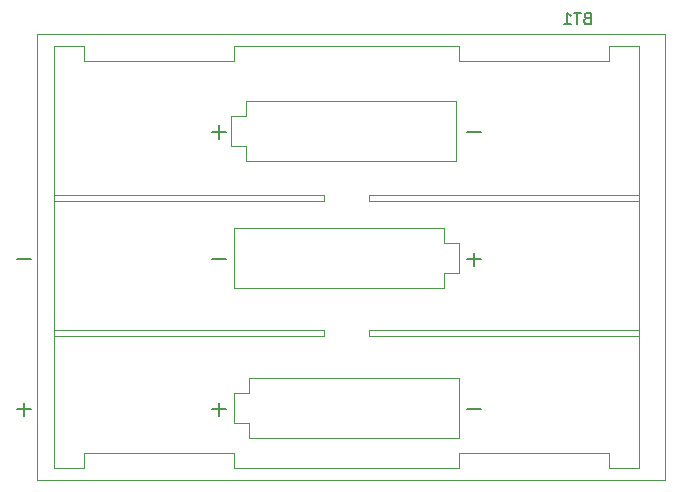
<source format=gbo>
G04 #@! TF.FileFunction,Legend,Bot*
%FSLAX46Y46*%
G04 Gerber Fmt 4.6, Leading zero omitted, Abs format (unit mm)*
G04 Created by KiCad (PCBNEW 4.0.6-e0-6349~53~ubuntu16.04.1) date Mon Aug 21 19:14:56 2017*
%MOMM*%
%LPD*%
G01*
G04 APERTURE LIST*
%ADD10C,0.100000*%
%ADD11C,0.120000*%
%ADD12C,0.150000*%
G04 APERTURE END LIST*
D10*
D11*
X214431600Y-72159800D02*
X214431600Y-109859800D01*
X161231600Y-72159800D02*
X214431600Y-72159800D01*
X161231600Y-109859800D02*
X161231600Y-72159800D01*
X214431600Y-109859800D02*
X161231600Y-109859800D01*
X189331600Y-85775800D02*
X212191600Y-85775800D01*
X189331600Y-86283800D02*
X189331600Y-85775800D01*
X212191600Y-86283800D02*
X189331600Y-86283800D01*
X185521600Y-85775800D02*
X162661600Y-85775800D01*
X185521600Y-86283800D02*
X185521600Y-85775800D01*
X162661600Y-86283800D02*
X185521600Y-86283800D01*
X196697600Y-82854800D02*
X196697600Y-81584800D01*
X178917600Y-82854800D02*
X196697600Y-82854800D01*
X178917600Y-81584800D02*
X178917600Y-82854800D01*
X177647600Y-81584800D02*
X178917600Y-81584800D01*
X177647600Y-79044800D02*
X177647600Y-81584800D01*
X178917600Y-79044800D02*
X177647600Y-79044800D01*
X178917600Y-77774800D02*
X178917600Y-79044800D01*
X196697600Y-77774800D02*
X178917600Y-77774800D01*
X196697600Y-81584800D02*
X196697600Y-77774800D01*
X196697600Y-81584800D02*
X196697600Y-77774800D01*
X196697600Y-77774800D02*
X178917600Y-77774800D01*
X178917600Y-77774800D02*
X178917600Y-79044800D01*
X178917600Y-79044800D02*
X177647600Y-79044800D01*
X177647600Y-79044800D02*
X177647600Y-81584800D01*
X177647600Y-81584800D02*
X178917600Y-81584800D01*
X178917600Y-81584800D02*
X178917600Y-82854800D01*
X178917600Y-82854800D02*
X196697600Y-82854800D01*
X196697600Y-82854800D02*
X196697600Y-81584800D01*
X196951600Y-106349800D02*
X196951600Y-105079800D01*
X179171600Y-106349800D02*
X196951600Y-106349800D01*
X179171600Y-105079800D02*
X179171600Y-106349800D01*
X177901600Y-105079800D02*
X179171600Y-105079800D01*
X177901600Y-102539800D02*
X177901600Y-105079800D01*
X179171600Y-102539800D02*
X177901600Y-102539800D01*
X179171600Y-101269800D02*
X179171600Y-102539800D01*
X196951600Y-101269800D02*
X179171600Y-101269800D01*
X196951600Y-105079800D02*
X196951600Y-101269800D01*
X162661600Y-86029800D02*
X162661600Y-73139300D01*
X212191600Y-86029800D02*
X212191600Y-73129800D01*
X177901600Y-88569800D02*
X177901600Y-93649800D01*
X177901600Y-93649800D02*
X195681600Y-93649800D01*
X195681600Y-93649800D02*
X195681600Y-92379800D01*
X195681600Y-92379800D02*
X196951600Y-92379800D01*
X196951600Y-92379800D02*
X196951600Y-89839800D01*
X196951600Y-89839800D02*
X195681600Y-89839800D01*
X195681600Y-89839800D02*
X195681600Y-88569800D01*
X195681600Y-88569800D02*
X177901600Y-88569800D01*
X196951600Y-105079800D02*
X196951600Y-101269800D01*
X196951600Y-101269800D02*
X179171600Y-101269800D01*
X179171600Y-101269800D02*
X179171600Y-102539800D01*
X179171600Y-102539800D02*
X177901600Y-102539800D01*
X177901600Y-102539800D02*
X177901600Y-105079800D01*
X177901600Y-105079800D02*
X179171600Y-105079800D01*
X179171600Y-105079800D02*
X179171600Y-106349800D01*
X179171600Y-106349800D02*
X196951600Y-106349800D01*
X196951600Y-106349800D02*
X196951600Y-105079800D01*
X162661600Y-97713800D02*
X185521600Y-97713800D01*
X185521600Y-97713800D02*
X185521600Y-97205800D01*
X185521600Y-97205800D02*
X162661600Y-97205800D01*
X212191600Y-97713800D02*
X189331600Y-97713800D01*
X189331600Y-97713800D02*
X189331600Y-97205800D01*
X189331600Y-97205800D02*
X212191600Y-97205800D01*
X177901600Y-74399800D02*
X177901600Y-73129800D01*
X177901600Y-73129800D02*
X196951600Y-73129800D01*
X196951600Y-73129800D02*
X196951600Y-74399800D01*
X209651600Y-107619800D02*
X196951600Y-107619800D01*
X196951600Y-107619800D02*
X196951600Y-108889800D01*
X196951600Y-108889800D02*
X177901600Y-108889800D01*
X177901600Y-108889800D02*
X177901600Y-107619800D01*
X209651600Y-74399800D02*
X196951600Y-74399800D01*
X165201600Y-107619800D02*
X177901600Y-107619800D01*
X165201600Y-107619800D02*
X165201600Y-108889800D01*
X165201600Y-108889800D02*
X162661600Y-108889800D01*
X162661600Y-108889800D02*
X162661600Y-86029800D01*
X162661600Y-73139300D02*
X165201600Y-73139300D01*
X165201600Y-73139300D02*
X165201600Y-74399800D01*
X165201600Y-74399800D02*
X177901600Y-74399800D01*
X212191600Y-108889800D02*
X209651600Y-108889800D01*
X209651600Y-108889800D02*
X209651600Y-107619800D01*
X212191600Y-108889800D02*
X212191600Y-86029800D01*
X212191600Y-73129800D02*
X209651600Y-73129800D01*
X209651600Y-73129800D02*
X209651600Y-74399800D01*
D12*
X207795714Y-70794571D02*
X207652857Y-70842190D01*
X207605238Y-70889810D01*
X207557619Y-70985048D01*
X207557619Y-71127905D01*
X207605238Y-71223143D01*
X207652857Y-71270762D01*
X207748095Y-71318381D01*
X208129048Y-71318381D01*
X208129048Y-70318381D01*
X207795714Y-70318381D01*
X207700476Y-70366000D01*
X207652857Y-70413619D01*
X207605238Y-70508857D01*
X207605238Y-70604095D01*
X207652857Y-70699333D01*
X207700476Y-70746952D01*
X207795714Y-70794571D01*
X208129048Y-70794571D01*
X207271905Y-70318381D02*
X206700476Y-70318381D01*
X206986191Y-71318381D02*
X206986191Y-70318381D01*
X205843333Y-71318381D02*
X206414762Y-71318381D01*
X206129048Y-71318381D02*
X206129048Y-70318381D01*
X206224286Y-70461238D01*
X206319524Y-70556476D01*
X206414762Y-70604095D01*
X177203028Y-103916943D02*
X176060171Y-103916943D01*
X176631600Y-104488371D02*
X176631600Y-103345514D01*
X198793028Y-91216943D02*
X197650171Y-91216943D01*
X198221600Y-91788371D02*
X198221600Y-90645514D01*
X177203028Y-80421943D02*
X176060171Y-80421943D01*
X176631600Y-80993371D02*
X176631600Y-79850514D01*
X177203028Y-91216943D02*
X176060171Y-91216943D01*
X198793028Y-80421943D02*
X197650171Y-80421943D01*
X198793028Y-103916943D02*
X197650171Y-103916943D01*
X160693028Y-91216943D02*
X159550171Y-91216943D01*
X160693028Y-103916943D02*
X159550171Y-103916943D01*
X160121600Y-104488371D02*
X160121600Y-103345514D01*
M02*

</source>
